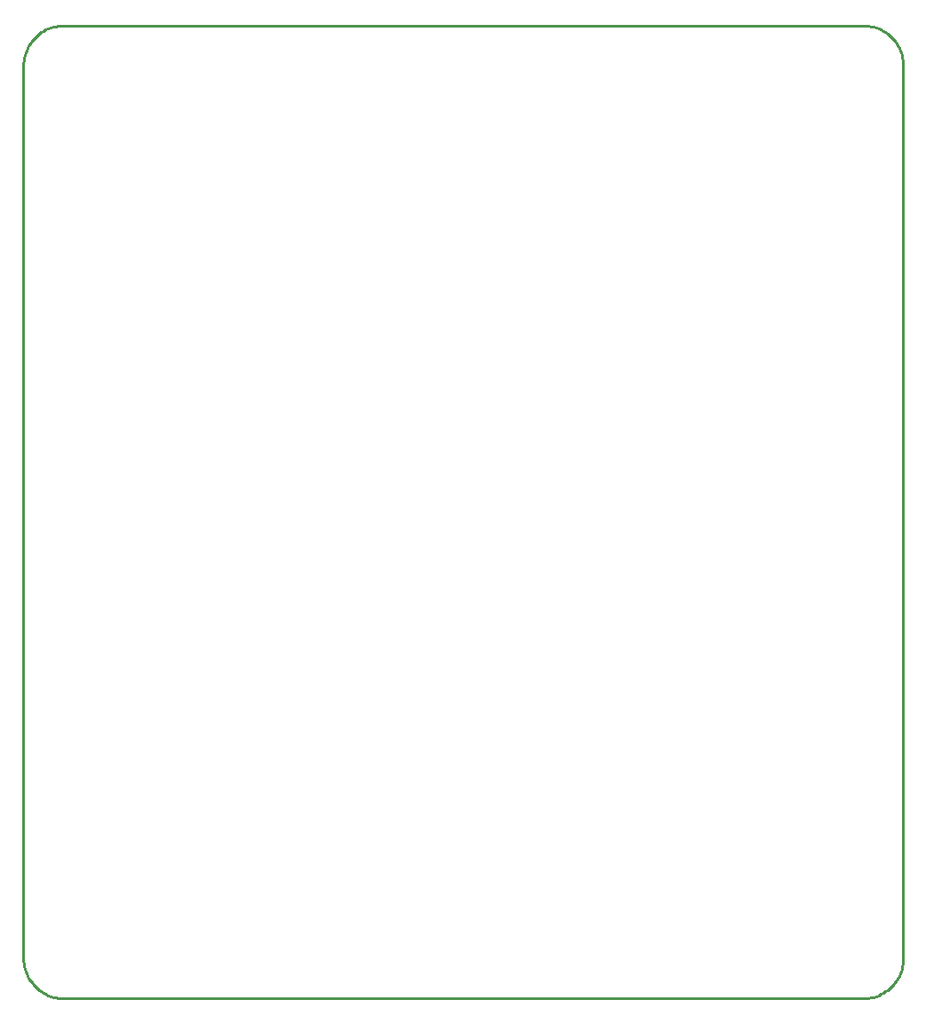
<source format=gm1>
G04*
G04 #@! TF.GenerationSoftware,Altium Limited,Altium Designer,20.2.6 (244)*
G04*
G04 Layer_Color=16711935*
%FSLAX25Y25*%
%MOIN*%
G70*
G04*
G04 #@! TF.SameCoordinates,8FED6943-84A2-46AE-932A-9FA205965DA7*
G04*
G04*
G04 #@! TF.FilePolarity,Positive*
G04*
G01*
G75*
%ADD15C,0.01000*%
D15*
X149500Y0D02*
X150481Y32D01*
X151458Y128D01*
X152426Y288D01*
X153382Y511D01*
X154322Y796D01*
X155240Y1142D01*
X156134Y1547D01*
X157000Y2010D01*
X157834Y2528D01*
X158631Y3100D01*
X159390Y3722D01*
X160107Y4393D01*
X160778Y5110D01*
X161400Y5869D01*
X161972Y6667D01*
X162490Y7500D01*
X162953Y8366D01*
X163358Y9260D01*
X163704Y10178D01*
X163989Y11118D01*
X164212Y12074D01*
X164372Y13042D01*
X164468Y14019D01*
X164500Y15000D01*
X-165496D02*
X-165464Y14019D01*
X-165368Y13042D01*
X-165208Y12074D01*
X-164985Y11118D01*
X-164700Y10178D01*
X-164355Y9260D01*
X-163949Y8366D01*
X-163487Y7500D01*
X-162968Y6667D01*
X-162397Y5869D01*
X-161774Y5110D01*
X-161103Y4393D01*
X-160387Y3722D01*
X-159628Y3100D01*
X-158830Y2528D01*
X-157996Y2010D01*
X-157131Y1547D01*
X-156237Y1142D01*
X-155318Y796D01*
X-154379Y511D01*
X-153423Y288D01*
X-152454Y128D01*
X-151477Y32D01*
X-150496Y0D01*
X-150498Y364750D02*
X-151479Y364718D01*
X-152456Y364622D01*
X-153425Y364462D01*
X-154381Y364239D01*
X-155320Y363954D01*
X-156238Y363608D01*
X-157132Y363203D01*
X-157998Y362740D01*
X-158832Y362222D01*
X-159630Y361650D01*
X-160388Y361028D01*
X-161105Y360357D01*
X-161776Y359640D01*
X-162399Y358881D01*
X-162970Y358084D01*
X-163489Y357250D01*
X-163951Y356384D01*
X-164356Y355490D01*
X-164702Y354572D01*
X-164987Y353632D01*
X-165210Y352676D01*
X-165370Y351708D01*
X-165466Y350731D01*
X-165498Y349750D01*
X164498D02*
X164466Y350731D01*
X164370Y351708D01*
X164210Y352676D01*
X163987Y353632D01*
X163702Y354572D01*
X163356Y355490D01*
X162951Y356384D01*
X162489Y357250D01*
X161970Y358084D01*
X161398Y358881D01*
X160776Y359640D01*
X160105Y360357D01*
X159388Y361028D01*
X158630Y361650D01*
X157832Y362222D01*
X156998Y362740D01*
X156132Y363203D01*
X155238Y363608D01*
X154320Y363954D01*
X153381Y364239D01*
X152425Y364462D01*
X151456Y364622D01*
X150479Y364718D01*
X149498Y364750D01*
X-150496Y-0D02*
X149500Y0D01*
X-165500Y349750D02*
X-165500Y15000D01*
X164498Y349750D02*
X164498Y15000D01*
X-150498Y364750D02*
X149498Y364750D01*
M02*

</source>
